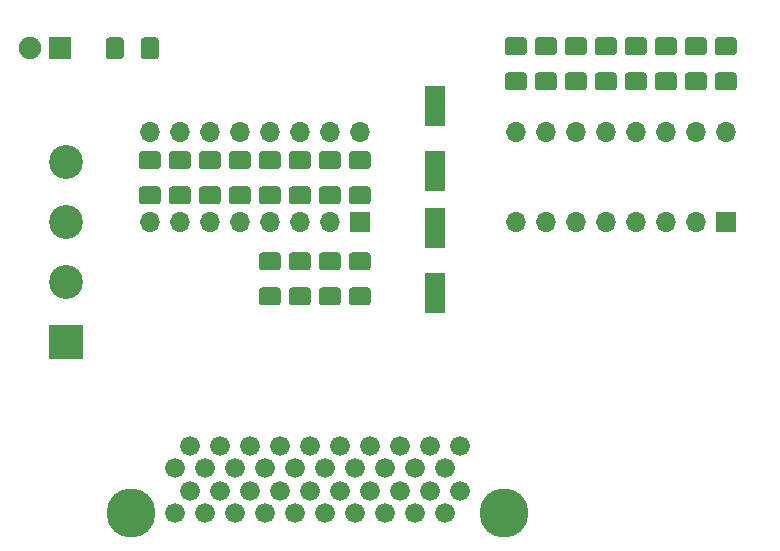
<source format=gbr>
%TF.GenerationSoftware,KiCad,Pcbnew,(5.1.6)-1*%
%TF.CreationDate,2021-03-31T13:13:51-04:00*%
%TF.ProjectId,Freespeed-Clone,46726565-7370-4656-9564-2d436c6f6e65,rev?*%
%TF.SameCoordinates,Original*%
%TF.FileFunction,Soldermask,Top*%
%TF.FilePolarity,Negative*%
%FSLAX46Y46*%
G04 Gerber Fmt 4.6, Leading zero omitted, Abs format (unit mm)*
G04 Created by KiCad (PCBNEW (5.1.6)-1) date 2021-03-31 13:13:51*
%MOMM*%
%LPD*%
G01*
G04 APERTURE LIST*
%ADD10O,1.700000X1.700000*%
%ADD11R,1.700000X1.700000*%
%ADD12R,1.900000X1.900000*%
%ADD13C,1.900000*%
%ADD14R,2.875000X2.875000*%
%ADD15C,2.875000*%
%ADD16C,1.675000*%
%ADD17C,4.150000*%
%ADD18R,1.800000X3.400000*%
G04 APERTURE END LIST*
%TO.C,R1*%
G36*
G01*
X108785500Y-44808544D02*
X108785500Y-46123456D01*
G75*
G02*
X108517956Y-46391000I-267544J0D01*
G01*
X107528044Y-46391000D01*
G75*
G02*
X107260500Y-46123456I0J267544D01*
G01*
X107260500Y-44808544D01*
G75*
G02*
X107528044Y-44541000I267544J0D01*
G01*
X108517956Y-44541000D01*
G75*
G02*
X108785500Y-44808544I0J-267544D01*
G01*
G37*
G36*
G01*
X111760500Y-44808544D02*
X111760500Y-46123456D01*
G75*
G02*
X111492956Y-46391000I-267544J0D01*
G01*
X110503044Y-46391000D01*
G75*
G02*
X110235500Y-46123456I0J267544D01*
G01*
X110235500Y-44808544D01*
G75*
G02*
X110503044Y-44541000I267544J0D01*
G01*
X111492956Y-44541000D01*
G75*
G02*
X111760500Y-44808544I0J-267544D01*
G01*
G37*
%TD*%
D10*
%TO.C,SW1*%
X159766000Y-52578000D03*
X141986000Y-60198000D03*
X157226000Y-52578000D03*
X144526000Y-60198000D03*
X154686000Y-52578000D03*
X147066000Y-60198000D03*
X152146000Y-52578000D03*
X149606000Y-60198000D03*
X149606000Y-52578000D03*
X152146000Y-60198000D03*
X147066000Y-52578000D03*
X154686000Y-60198000D03*
X144526000Y-52578000D03*
X157226000Y-60198000D03*
X141986000Y-52578000D03*
D11*
X159766000Y-60198000D03*
%TD*%
%TO.C,SW2*%
X128778000Y-60198000D03*
D10*
X110998000Y-52578000D03*
X126238000Y-60198000D03*
X113538000Y-52578000D03*
X123698000Y-60198000D03*
X116078000Y-52578000D03*
X121158000Y-60198000D03*
X118618000Y-52578000D03*
X118618000Y-60198000D03*
X121158000Y-52578000D03*
X116078000Y-60198000D03*
X123698000Y-52578000D03*
X113538000Y-60198000D03*
X126238000Y-52578000D03*
X110998000Y-60198000D03*
X128778000Y-52578000D03*
%TD*%
D12*
%TO.C,D3*%
X103378000Y-45466000D03*
D13*
X100838000Y-45466000D03*
%TD*%
D14*
%TO.C,J1*%
X103886000Y-70358000D03*
D15*
X103886000Y-65278000D03*
X103886000Y-60198000D03*
X103886000Y-55118000D03*
%TD*%
D16*
%TO.C,J2*%
X137270000Y-79121000D03*
X136000000Y-81026000D03*
X134730000Y-79121000D03*
X133460000Y-81026000D03*
X132190000Y-79121000D03*
X130920000Y-81026000D03*
X129650000Y-79121000D03*
X128380000Y-81026000D03*
X127110000Y-79121000D03*
X125840000Y-81026000D03*
X124570000Y-79121000D03*
X123300000Y-81026000D03*
X122030000Y-79121000D03*
X120760000Y-81026000D03*
X119490000Y-79121000D03*
X118220000Y-81026000D03*
X116950000Y-79121000D03*
X115680000Y-81026000D03*
X114410000Y-79121000D03*
X113140000Y-81026000D03*
X137270000Y-82931000D03*
X136000000Y-84836000D03*
X134730000Y-82931000D03*
X133460000Y-84836000D03*
X132190000Y-82931000D03*
X130920000Y-84836000D03*
X129650000Y-82931000D03*
X128380000Y-84836000D03*
X127110000Y-82931000D03*
X125840000Y-84836000D03*
X124570000Y-82931000D03*
X123300000Y-84836000D03*
X122030000Y-82931000D03*
X120760000Y-84836000D03*
X119490000Y-82931000D03*
X118220000Y-84836000D03*
X116950000Y-82931000D03*
X115680000Y-84836000D03*
X114410000Y-82931000D03*
X113140000Y-84836000D03*
D17*
X140970000Y-84836000D03*
X109440000Y-84836000D03*
%TD*%
%TO.C,R2*%
G36*
G01*
X141328544Y-44522500D02*
X142643456Y-44522500D01*
G75*
G02*
X142911000Y-44790044I0J-267544D01*
G01*
X142911000Y-45779956D01*
G75*
G02*
X142643456Y-46047500I-267544J0D01*
G01*
X141328544Y-46047500D01*
G75*
G02*
X141061000Y-45779956I0J267544D01*
G01*
X141061000Y-44790044D01*
G75*
G02*
X141328544Y-44522500I267544J0D01*
G01*
G37*
G36*
G01*
X141328544Y-47497500D02*
X142643456Y-47497500D01*
G75*
G02*
X142911000Y-47765044I0J-267544D01*
G01*
X142911000Y-48754956D01*
G75*
G02*
X142643456Y-49022500I-267544J0D01*
G01*
X141328544Y-49022500D01*
G75*
G02*
X141061000Y-48754956I0J267544D01*
G01*
X141061000Y-47765044D01*
G75*
G02*
X141328544Y-47497500I267544J0D01*
G01*
G37*
%TD*%
%TO.C,R3*%
G36*
G01*
X143868544Y-47497500D02*
X145183456Y-47497500D01*
G75*
G02*
X145451000Y-47765044I0J-267544D01*
G01*
X145451000Y-48754956D01*
G75*
G02*
X145183456Y-49022500I-267544J0D01*
G01*
X143868544Y-49022500D01*
G75*
G02*
X143601000Y-48754956I0J267544D01*
G01*
X143601000Y-47765044D01*
G75*
G02*
X143868544Y-47497500I267544J0D01*
G01*
G37*
G36*
G01*
X143868544Y-44522500D02*
X145183456Y-44522500D01*
G75*
G02*
X145451000Y-44790044I0J-267544D01*
G01*
X145451000Y-45779956D01*
G75*
G02*
X145183456Y-46047500I-267544J0D01*
G01*
X143868544Y-46047500D01*
G75*
G02*
X143601000Y-45779956I0J267544D01*
G01*
X143601000Y-44790044D01*
G75*
G02*
X143868544Y-44522500I267544J0D01*
G01*
G37*
%TD*%
%TO.C,R4*%
G36*
G01*
X146408544Y-44522500D02*
X147723456Y-44522500D01*
G75*
G02*
X147991000Y-44790044I0J-267544D01*
G01*
X147991000Y-45779956D01*
G75*
G02*
X147723456Y-46047500I-267544J0D01*
G01*
X146408544Y-46047500D01*
G75*
G02*
X146141000Y-45779956I0J267544D01*
G01*
X146141000Y-44790044D01*
G75*
G02*
X146408544Y-44522500I267544J0D01*
G01*
G37*
G36*
G01*
X146408544Y-47497500D02*
X147723456Y-47497500D01*
G75*
G02*
X147991000Y-47765044I0J-267544D01*
G01*
X147991000Y-48754956D01*
G75*
G02*
X147723456Y-49022500I-267544J0D01*
G01*
X146408544Y-49022500D01*
G75*
G02*
X146141000Y-48754956I0J267544D01*
G01*
X146141000Y-47765044D01*
G75*
G02*
X146408544Y-47497500I267544J0D01*
G01*
G37*
%TD*%
%TO.C,R5*%
G36*
G01*
X148948544Y-47497500D02*
X150263456Y-47497500D01*
G75*
G02*
X150531000Y-47765044I0J-267544D01*
G01*
X150531000Y-48754956D01*
G75*
G02*
X150263456Y-49022500I-267544J0D01*
G01*
X148948544Y-49022500D01*
G75*
G02*
X148681000Y-48754956I0J267544D01*
G01*
X148681000Y-47765044D01*
G75*
G02*
X148948544Y-47497500I267544J0D01*
G01*
G37*
G36*
G01*
X148948544Y-44522500D02*
X150263456Y-44522500D01*
G75*
G02*
X150531000Y-44790044I0J-267544D01*
G01*
X150531000Y-45779956D01*
G75*
G02*
X150263456Y-46047500I-267544J0D01*
G01*
X148948544Y-46047500D01*
G75*
G02*
X148681000Y-45779956I0J267544D01*
G01*
X148681000Y-44790044D01*
G75*
G02*
X148948544Y-44522500I267544J0D01*
G01*
G37*
%TD*%
%TO.C,R6*%
G36*
G01*
X151488544Y-44522500D02*
X152803456Y-44522500D01*
G75*
G02*
X153071000Y-44790044I0J-267544D01*
G01*
X153071000Y-45779956D01*
G75*
G02*
X152803456Y-46047500I-267544J0D01*
G01*
X151488544Y-46047500D01*
G75*
G02*
X151221000Y-45779956I0J267544D01*
G01*
X151221000Y-44790044D01*
G75*
G02*
X151488544Y-44522500I267544J0D01*
G01*
G37*
G36*
G01*
X151488544Y-47497500D02*
X152803456Y-47497500D01*
G75*
G02*
X153071000Y-47765044I0J-267544D01*
G01*
X153071000Y-48754956D01*
G75*
G02*
X152803456Y-49022500I-267544J0D01*
G01*
X151488544Y-49022500D01*
G75*
G02*
X151221000Y-48754956I0J267544D01*
G01*
X151221000Y-47765044D01*
G75*
G02*
X151488544Y-47497500I267544J0D01*
G01*
G37*
%TD*%
%TO.C,R7*%
G36*
G01*
X154028544Y-47497500D02*
X155343456Y-47497500D01*
G75*
G02*
X155611000Y-47765044I0J-267544D01*
G01*
X155611000Y-48754956D01*
G75*
G02*
X155343456Y-49022500I-267544J0D01*
G01*
X154028544Y-49022500D01*
G75*
G02*
X153761000Y-48754956I0J267544D01*
G01*
X153761000Y-47765044D01*
G75*
G02*
X154028544Y-47497500I267544J0D01*
G01*
G37*
G36*
G01*
X154028544Y-44522500D02*
X155343456Y-44522500D01*
G75*
G02*
X155611000Y-44790044I0J-267544D01*
G01*
X155611000Y-45779956D01*
G75*
G02*
X155343456Y-46047500I-267544J0D01*
G01*
X154028544Y-46047500D01*
G75*
G02*
X153761000Y-45779956I0J267544D01*
G01*
X153761000Y-44790044D01*
G75*
G02*
X154028544Y-44522500I267544J0D01*
G01*
G37*
%TD*%
%TO.C,R8*%
G36*
G01*
X156568544Y-44522500D02*
X157883456Y-44522500D01*
G75*
G02*
X158151000Y-44790044I0J-267544D01*
G01*
X158151000Y-45779956D01*
G75*
G02*
X157883456Y-46047500I-267544J0D01*
G01*
X156568544Y-46047500D01*
G75*
G02*
X156301000Y-45779956I0J267544D01*
G01*
X156301000Y-44790044D01*
G75*
G02*
X156568544Y-44522500I267544J0D01*
G01*
G37*
G36*
G01*
X156568544Y-47497500D02*
X157883456Y-47497500D01*
G75*
G02*
X158151000Y-47765044I0J-267544D01*
G01*
X158151000Y-48754956D01*
G75*
G02*
X157883456Y-49022500I-267544J0D01*
G01*
X156568544Y-49022500D01*
G75*
G02*
X156301000Y-48754956I0J267544D01*
G01*
X156301000Y-47765044D01*
G75*
G02*
X156568544Y-47497500I267544J0D01*
G01*
G37*
%TD*%
%TO.C,R9*%
G36*
G01*
X159108544Y-47497500D02*
X160423456Y-47497500D01*
G75*
G02*
X160691000Y-47765044I0J-267544D01*
G01*
X160691000Y-48754956D01*
G75*
G02*
X160423456Y-49022500I-267544J0D01*
G01*
X159108544Y-49022500D01*
G75*
G02*
X158841000Y-48754956I0J267544D01*
G01*
X158841000Y-47765044D01*
G75*
G02*
X159108544Y-47497500I267544J0D01*
G01*
G37*
G36*
G01*
X159108544Y-44522500D02*
X160423456Y-44522500D01*
G75*
G02*
X160691000Y-44790044I0J-267544D01*
G01*
X160691000Y-45779956D01*
G75*
G02*
X160423456Y-46047500I-267544J0D01*
G01*
X159108544Y-46047500D01*
G75*
G02*
X158841000Y-45779956I0J267544D01*
G01*
X158841000Y-44790044D01*
G75*
G02*
X159108544Y-44522500I267544J0D01*
G01*
G37*
%TD*%
%TO.C,R10*%
G36*
G01*
X110340544Y-54174500D02*
X111655456Y-54174500D01*
G75*
G02*
X111923000Y-54442044I0J-267544D01*
G01*
X111923000Y-55431956D01*
G75*
G02*
X111655456Y-55699500I-267544J0D01*
G01*
X110340544Y-55699500D01*
G75*
G02*
X110073000Y-55431956I0J267544D01*
G01*
X110073000Y-54442044D01*
G75*
G02*
X110340544Y-54174500I267544J0D01*
G01*
G37*
G36*
G01*
X110340544Y-57149500D02*
X111655456Y-57149500D01*
G75*
G02*
X111923000Y-57417044I0J-267544D01*
G01*
X111923000Y-58406956D01*
G75*
G02*
X111655456Y-58674500I-267544J0D01*
G01*
X110340544Y-58674500D01*
G75*
G02*
X110073000Y-58406956I0J267544D01*
G01*
X110073000Y-57417044D01*
G75*
G02*
X110340544Y-57149500I267544J0D01*
G01*
G37*
%TD*%
%TO.C,R11*%
G36*
G01*
X112880544Y-57149500D02*
X114195456Y-57149500D01*
G75*
G02*
X114463000Y-57417044I0J-267544D01*
G01*
X114463000Y-58406956D01*
G75*
G02*
X114195456Y-58674500I-267544J0D01*
G01*
X112880544Y-58674500D01*
G75*
G02*
X112613000Y-58406956I0J267544D01*
G01*
X112613000Y-57417044D01*
G75*
G02*
X112880544Y-57149500I267544J0D01*
G01*
G37*
G36*
G01*
X112880544Y-54174500D02*
X114195456Y-54174500D01*
G75*
G02*
X114463000Y-54442044I0J-267544D01*
G01*
X114463000Y-55431956D01*
G75*
G02*
X114195456Y-55699500I-267544J0D01*
G01*
X112880544Y-55699500D01*
G75*
G02*
X112613000Y-55431956I0J267544D01*
G01*
X112613000Y-54442044D01*
G75*
G02*
X112880544Y-54174500I267544J0D01*
G01*
G37*
%TD*%
%TO.C,R12*%
G36*
G01*
X115420544Y-54174500D02*
X116735456Y-54174500D01*
G75*
G02*
X117003000Y-54442044I0J-267544D01*
G01*
X117003000Y-55431956D01*
G75*
G02*
X116735456Y-55699500I-267544J0D01*
G01*
X115420544Y-55699500D01*
G75*
G02*
X115153000Y-55431956I0J267544D01*
G01*
X115153000Y-54442044D01*
G75*
G02*
X115420544Y-54174500I267544J0D01*
G01*
G37*
G36*
G01*
X115420544Y-57149500D02*
X116735456Y-57149500D01*
G75*
G02*
X117003000Y-57417044I0J-267544D01*
G01*
X117003000Y-58406956D01*
G75*
G02*
X116735456Y-58674500I-267544J0D01*
G01*
X115420544Y-58674500D01*
G75*
G02*
X115153000Y-58406956I0J267544D01*
G01*
X115153000Y-57417044D01*
G75*
G02*
X115420544Y-57149500I267544J0D01*
G01*
G37*
%TD*%
%TO.C,R13*%
G36*
G01*
X117960544Y-57149500D02*
X119275456Y-57149500D01*
G75*
G02*
X119543000Y-57417044I0J-267544D01*
G01*
X119543000Y-58406956D01*
G75*
G02*
X119275456Y-58674500I-267544J0D01*
G01*
X117960544Y-58674500D01*
G75*
G02*
X117693000Y-58406956I0J267544D01*
G01*
X117693000Y-57417044D01*
G75*
G02*
X117960544Y-57149500I267544J0D01*
G01*
G37*
G36*
G01*
X117960544Y-54174500D02*
X119275456Y-54174500D01*
G75*
G02*
X119543000Y-54442044I0J-267544D01*
G01*
X119543000Y-55431956D01*
G75*
G02*
X119275456Y-55699500I-267544J0D01*
G01*
X117960544Y-55699500D01*
G75*
G02*
X117693000Y-55431956I0J267544D01*
G01*
X117693000Y-54442044D01*
G75*
G02*
X117960544Y-54174500I267544J0D01*
G01*
G37*
%TD*%
%TO.C,R14*%
G36*
G01*
X120500544Y-57149500D02*
X121815456Y-57149500D01*
G75*
G02*
X122083000Y-57417044I0J-267544D01*
G01*
X122083000Y-58406956D01*
G75*
G02*
X121815456Y-58674500I-267544J0D01*
G01*
X120500544Y-58674500D01*
G75*
G02*
X120233000Y-58406956I0J267544D01*
G01*
X120233000Y-57417044D01*
G75*
G02*
X120500544Y-57149500I267544J0D01*
G01*
G37*
G36*
G01*
X120500544Y-54174500D02*
X121815456Y-54174500D01*
G75*
G02*
X122083000Y-54442044I0J-267544D01*
G01*
X122083000Y-55431956D01*
G75*
G02*
X121815456Y-55699500I-267544J0D01*
G01*
X120500544Y-55699500D01*
G75*
G02*
X120233000Y-55431956I0J267544D01*
G01*
X120233000Y-54442044D01*
G75*
G02*
X120500544Y-54174500I267544J0D01*
G01*
G37*
%TD*%
%TO.C,R15*%
G36*
G01*
X123040544Y-54174500D02*
X124355456Y-54174500D01*
G75*
G02*
X124623000Y-54442044I0J-267544D01*
G01*
X124623000Y-55431956D01*
G75*
G02*
X124355456Y-55699500I-267544J0D01*
G01*
X123040544Y-55699500D01*
G75*
G02*
X122773000Y-55431956I0J267544D01*
G01*
X122773000Y-54442044D01*
G75*
G02*
X123040544Y-54174500I267544J0D01*
G01*
G37*
G36*
G01*
X123040544Y-57149500D02*
X124355456Y-57149500D01*
G75*
G02*
X124623000Y-57417044I0J-267544D01*
G01*
X124623000Y-58406956D01*
G75*
G02*
X124355456Y-58674500I-267544J0D01*
G01*
X123040544Y-58674500D01*
G75*
G02*
X122773000Y-58406956I0J267544D01*
G01*
X122773000Y-57417044D01*
G75*
G02*
X123040544Y-57149500I267544J0D01*
G01*
G37*
%TD*%
%TO.C,R16*%
G36*
G01*
X125580544Y-54174500D02*
X126895456Y-54174500D01*
G75*
G02*
X127163000Y-54442044I0J-267544D01*
G01*
X127163000Y-55431956D01*
G75*
G02*
X126895456Y-55699500I-267544J0D01*
G01*
X125580544Y-55699500D01*
G75*
G02*
X125313000Y-55431956I0J267544D01*
G01*
X125313000Y-54442044D01*
G75*
G02*
X125580544Y-54174500I267544J0D01*
G01*
G37*
G36*
G01*
X125580544Y-57149500D02*
X126895456Y-57149500D01*
G75*
G02*
X127163000Y-57417044I0J-267544D01*
G01*
X127163000Y-58406956D01*
G75*
G02*
X126895456Y-58674500I-267544J0D01*
G01*
X125580544Y-58674500D01*
G75*
G02*
X125313000Y-58406956I0J267544D01*
G01*
X125313000Y-57417044D01*
G75*
G02*
X125580544Y-57149500I267544J0D01*
G01*
G37*
%TD*%
%TO.C,R17*%
G36*
G01*
X128120544Y-57149500D02*
X129435456Y-57149500D01*
G75*
G02*
X129703000Y-57417044I0J-267544D01*
G01*
X129703000Y-58406956D01*
G75*
G02*
X129435456Y-58674500I-267544J0D01*
G01*
X128120544Y-58674500D01*
G75*
G02*
X127853000Y-58406956I0J267544D01*
G01*
X127853000Y-57417044D01*
G75*
G02*
X128120544Y-57149500I267544J0D01*
G01*
G37*
G36*
G01*
X128120544Y-54174500D02*
X129435456Y-54174500D01*
G75*
G02*
X129703000Y-54442044I0J-267544D01*
G01*
X129703000Y-55431956D01*
G75*
G02*
X129435456Y-55699500I-267544J0D01*
G01*
X128120544Y-55699500D01*
G75*
G02*
X127853000Y-55431956I0J267544D01*
G01*
X127853000Y-54442044D01*
G75*
G02*
X128120544Y-54174500I267544J0D01*
G01*
G37*
%TD*%
%TO.C,R18*%
G36*
G01*
X120500544Y-62737500D02*
X121815456Y-62737500D01*
G75*
G02*
X122083000Y-63005044I0J-267544D01*
G01*
X122083000Y-63994956D01*
G75*
G02*
X121815456Y-64262500I-267544J0D01*
G01*
X120500544Y-64262500D01*
G75*
G02*
X120233000Y-63994956I0J267544D01*
G01*
X120233000Y-63005044D01*
G75*
G02*
X120500544Y-62737500I267544J0D01*
G01*
G37*
G36*
G01*
X120500544Y-65712500D02*
X121815456Y-65712500D01*
G75*
G02*
X122083000Y-65980044I0J-267544D01*
G01*
X122083000Y-66969956D01*
G75*
G02*
X121815456Y-67237500I-267544J0D01*
G01*
X120500544Y-67237500D01*
G75*
G02*
X120233000Y-66969956I0J267544D01*
G01*
X120233000Y-65980044D01*
G75*
G02*
X120500544Y-65712500I267544J0D01*
G01*
G37*
%TD*%
%TO.C,R19*%
G36*
G01*
X123040544Y-65712500D02*
X124355456Y-65712500D01*
G75*
G02*
X124623000Y-65980044I0J-267544D01*
G01*
X124623000Y-66969956D01*
G75*
G02*
X124355456Y-67237500I-267544J0D01*
G01*
X123040544Y-67237500D01*
G75*
G02*
X122773000Y-66969956I0J267544D01*
G01*
X122773000Y-65980044D01*
G75*
G02*
X123040544Y-65712500I267544J0D01*
G01*
G37*
G36*
G01*
X123040544Y-62737500D02*
X124355456Y-62737500D01*
G75*
G02*
X124623000Y-63005044I0J-267544D01*
G01*
X124623000Y-63994956D01*
G75*
G02*
X124355456Y-64262500I-267544J0D01*
G01*
X123040544Y-64262500D01*
G75*
G02*
X122773000Y-63994956I0J267544D01*
G01*
X122773000Y-63005044D01*
G75*
G02*
X123040544Y-62737500I267544J0D01*
G01*
G37*
%TD*%
%TO.C,R20*%
G36*
G01*
X125580544Y-62737500D02*
X126895456Y-62737500D01*
G75*
G02*
X127163000Y-63005044I0J-267544D01*
G01*
X127163000Y-63994956D01*
G75*
G02*
X126895456Y-64262500I-267544J0D01*
G01*
X125580544Y-64262500D01*
G75*
G02*
X125313000Y-63994956I0J267544D01*
G01*
X125313000Y-63005044D01*
G75*
G02*
X125580544Y-62737500I267544J0D01*
G01*
G37*
G36*
G01*
X125580544Y-65712500D02*
X126895456Y-65712500D01*
G75*
G02*
X127163000Y-65980044I0J-267544D01*
G01*
X127163000Y-66969956D01*
G75*
G02*
X126895456Y-67237500I-267544J0D01*
G01*
X125580544Y-67237500D01*
G75*
G02*
X125313000Y-66969956I0J267544D01*
G01*
X125313000Y-65980044D01*
G75*
G02*
X125580544Y-65712500I267544J0D01*
G01*
G37*
%TD*%
%TO.C,R21*%
G36*
G01*
X128120544Y-65712500D02*
X129435456Y-65712500D01*
G75*
G02*
X129703000Y-65980044I0J-267544D01*
G01*
X129703000Y-66969956D01*
G75*
G02*
X129435456Y-67237500I-267544J0D01*
G01*
X128120544Y-67237500D01*
G75*
G02*
X127853000Y-66969956I0J267544D01*
G01*
X127853000Y-65980044D01*
G75*
G02*
X128120544Y-65712500I267544J0D01*
G01*
G37*
G36*
G01*
X128120544Y-62737500D02*
X129435456Y-62737500D01*
G75*
G02*
X129703000Y-63005044I0J-267544D01*
G01*
X129703000Y-63994956D01*
G75*
G02*
X129435456Y-64262500I-267544J0D01*
G01*
X128120544Y-64262500D01*
G75*
G02*
X127853000Y-63994956I0J267544D01*
G01*
X127853000Y-63005044D01*
G75*
G02*
X128120544Y-62737500I267544J0D01*
G01*
G37*
%TD*%
D18*
%TO.C,D1*%
X135128000Y-50380000D03*
X135128000Y-55880000D03*
%TD*%
%TO.C,D2*%
X135128000Y-66206000D03*
X135128000Y-60706000D03*
%TD*%
M02*

</source>
